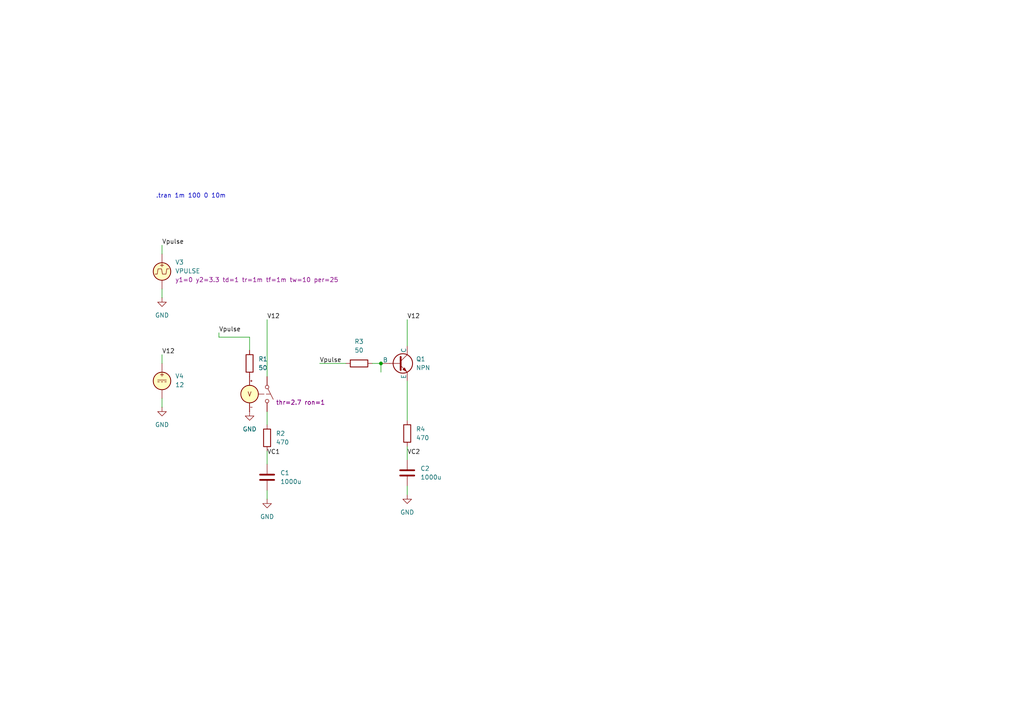
<source format=kicad_sch>
(kicad_sch
	(version 20250114)
	(generator "eeschema")
	(generator_version "9.0")
	(uuid "aa1acf2d-d831-4d2f-9df7-4b7dbf9708d2")
	(paper "A4")
	(lib_symbols
		(symbol "Device:C"
			(pin_numbers
				(hide yes)
			)
			(pin_names
				(offset 0.254)
			)
			(exclude_from_sim no)
			(in_bom yes)
			(on_board yes)
			(property "Reference" "C"
				(at 0.635 2.54 0)
				(effects
					(font
						(size 1.27 1.27)
					)
					(justify left)
				)
			)
			(property "Value" "C"
				(at 0.635 -2.54 0)
				(effects
					(font
						(size 1.27 1.27)
					)
					(justify left)
				)
			)
			(property "Footprint" ""
				(at 0.9652 -3.81 0)
				(effects
					(font
						(size 1.27 1.27)
					)
					(hide yes)
				)
			)
			(property "Datasheet" "~"
				(at 0 0 0)
				(effects
					(font
						(size 1.27 1.27)
					)
					(hide yes)
				)
			)
			(property "Description" "Unpolarized capacitor"
				(at 0 0 0)
				(effects
					(font
						(size 1.27 1.27)
					)
					(hide yes)
				)
			)
			(property "ki_keywords" "cap capacitor"
				(at 0 0 0)
				(effects
					(font
						(size 1.27 1.27)
					)
					(hide yes)
				)
			)
			(property "ki_fp_filters" "C_*"
				(at 0 0 0)
				(effects
					(font
						(size 1.27 1.27)
					)
					(hide yes)
				)
			)
			(symbol "C_0_1"
				(polyline
					(pts
						(xy -2.032 0.762) (xy 2.032 0.762)
					)
					(stroke
						(width 0.508)
						(type default)
					)
					(fill
						(type none)
					)
				)
				(polyline
					(pts
						(xy -2.032 -0.762) (xy 2.032 -0.762)
					)
					(stroke
						(width 0.508)
						(type default)
					)
					(fill
						(type none)
					)
				)
			)
			(symbol "C_1_1"
				(pin passive line
					(at 0 3.81 270)
					(length 2.794)
					(name "~"
						(effects
							(font
								(size 1.27 1.27)
							)
						)
					)
					(number "1"
						(effects
							(font
								(size 1.27 1.27)
							)
						)
					)
				)
				(pin passive line
					(at 0 -3.81 90)
					(length 2.794)
					(name "~"
						(effects
							(font
								(size 1.27 1.27)
							)
						)
					)
					(number "2"
						(effects
							(font
								(size 1.27 1.27)
							)
						)
					)
				)
			)
			(embedded_fonts no)
		)
		(symbol "Device:R"
			(pin_numbers
				(hide yes)
			)
			(pin_names
				(offset 0)
			)
			(exclude_from_sim no)
			(in_bom yes)
			(on_board yes)
			(property "Reference" "R"
				(at 2.032 0 90)
				(effects
					(font
						(size 1.27 1.27)
					)
				)
			)
			(property "Value" "R"
				(at 0 0 90)
				(effects
					(font
						(size 1.27 1.27)
					)
				)
			)
			(property "Footprint" ""
				(at -1.778 0 90)
				(effects
					(font
						(size 1.27 1.27)
					)
					(hide yes)
				)
			)
			(property "Datasheet" "~"
				(at 0 0 0)
				(effects
					(font
						(size 1.27 1.27)
					)
					(hide yes)
				)
			)
			(property "Description" "Resistor"
				(at 0 0 0)
				(effects
					(font
						(size 1.27 1.27)
					)
					(hide yes)
				)
			)
			(property "ki_keywords" "R res resistor"
				(at 0 0 0)
				(effects
					(font
						(size 1.27 1.27)
					)
					(hide yes)
				)
			)
			(property "ki_fp_filters" "R_*"
				(at 0 0 0)
				(effects
					(font
						(size 1.27 1.27)
					)
					(hide yes)
				)
			)
			(symbol "R_0_1"
				(rectangle
					(start -1.016 -2.54)
					(end 1.016 2.54)
					(stroke
						(width 0.254)
						(type default)
					)
					(fill
						(type none)
					)
				)
			)
			(symbol "R_1_1"
				(pin passive line
					(at 0 3.81 270)
					(length 1.27)
					(name "~"
						(effects
							(font
								(size 1.27 1.27)
							)
						)
					)
					(number "1"
						(effects
							(font
								(size 1.27 1.27)
							)
						)
					)
				)
				(pin passive line
					(at 0 -3.81 90)
					(length 1.27)
					(name "~"
						(effects
							(font
								(size 1.27 1.27)
							)
						)
					)
					(number "2"
						(effects
							(font
								(size 1.27 1.27)
							)
						)
					)
				)
			)
			(embedded_fonts no)
		)
		(symbol "Simulation_SPICE:NPN"
			(pin_numbers
				(hide yes)
			)
			(pin_names
				(offset 0)
			)
			(exclude_from_sim no)
			(in_bom yes)
			(on_board yes)
			(property "Reference" "Q"
				(at -2.54 7.62 0)
				(effects
					(font
						(size 1.27 1.27)
					)
				)
			)
			(property "Value" "NPN"
				(at -2.54 5.08 0)
				(effects
					(font
						(size 1.27 1.27)
					)
				)
			)
			(property "Footprint" ""
				(at 63.5 0 0)
				(effects
					(font
						(size 1.27 1.27)
					)
					(hide yes)
				)
			)
			(property "Datasheet" "https://ngspice.sourceforge.io/docs/ngspice-html-manual/manual.xhtml#cha_BJTs"
				(at 63.5 0 0)
				(effects
					(font
						(size 1.27 1.27)
					)
					(hide yes)
				)
			)
			(property "Description" "Bipolar transistor symbol for simulation only, substrate tied to the emitter"
				(at 0 0 0)
				(effects
					(font
						(size 1.27 1.27)
					)
					(hide yes)
				)
			)
			(property "Sim.Device" "NPN"
				(at 0 0 0)
				(effects
					(font
						(size 1.27 1.27)
					)
					(hide yes)
				)
			)
			(property "Sim.Type" "GUMMELPOON"
				(at 0 0 0)
				(effects
					(font
						(size 1.27 1.27)
					)
					(hide yes)
				)
			)
			(property "Sim.Pins" "1=C 2=B 3=E"
				(at 0 0 0)
				(effects
					(font
						(size 1.27 1.27)
					)
					(hide yes)
				)
			)
			(property "ki_keywords" "simulation"
				(at 0 0 0)
				(effects
					(font
						(size 1.27 1.27)
					)
					(hide yes)
				)
			)
			(symbol "NPN_0_1"
				(polyline
					(pts
						(xy -2.54 0) (xy 0.635 0)
					)
					(stroke
						(width 0.1524)
						(type default)
					)
					(fill
						(type none)
					)
				)
				(polyline
					(pts
						(xy 0.635 1.905) (xy 0.635 -1.905) (xy 0.635 -1.905)
					)
					(stroke
						(width 0.508)
						(type default)
					)
					(fill
						(type none)
					)
				)
				(polyline
					(pts
						(xy 0.635 0.635) (xy 2.54 2.54)
					)
					(stroke
						(width 0)
						(type default)
					)
					(fill
						(type none)
					)
				)
				(polyline
					(pts
						(xy 0.635 -0.635) (xy 2.54 -2.54) (xy 2.54 -2.54)
					)
					(stroke
						(width 0)
						(type default)
					)
					(fill
						(type none)
					)
				)
				(circle
					(center 1.27 0)
					(radius 2.8194)
					(stroke
						(width 0.254)
						(type default)
					)
					(fill
						(type none)
					)
				)
				(polyline
					(pts
						(xy 1.27 -1.778) (xy 1.778 -1.27) (xy 2.286 -2.286) (xy 1.27 -1.778) (xy 1.27 -1.778)
					)
					(stroke
						(width 0)
						(type default)
					)
					(fill
						(type outline)
					)
				)
				(polyline
					(pts
						(xy 2.794 -1.27) (xy 2.794 -1.27)
					)
					(stroke
						(width 0.1524)
						(type default)
					)
					(fill
						(type none)
					)
				)
				(polyline
					(pts
						(xy 2.794 -1.27) (xy 2.794 -1.27)
					)
					(stroke
						(width 0.1524)
						(type default)
					)
					(fill
						(type none)
					)
				)
			)
			(symbol "NPN_1_1"
				(pin input line
					(at -5.08 0 0)
					(length 2.54)
					(name "B"
						(effects
							(font
								(size 1.27 1.27)
							)
						)
					)
					(number "2"
						(effects
							(font
								(size 1.27 1.27)
							)
						)
					)
				)
				(pin open_collector line
					(at 2.54 5.08 270)
					(length 2.54)
					(name "C"
						(effects
							(font
								(size 1.27 1.27)
							)
						)
					)
					(number "1"
						(effects
							(font
								(size 1.27 1.27)
							)
						)
					)
				)
				(pin open_emitter line
					(at 2.54 -5.08 90)
					(length 2.54)
					(name "E"
						(effects
							(font
								(size 1.27 1.27)
							)
						)
					)
					(number "3"
						(effects
							(font
								(size 1.27 1.27)
							)
						)
					)
				)
			)
			(embedded_fonts no)
		)
		(symbol "Simulation_SPICE:SWITCH"
			(pin_numbers
				(hide yes)
			)
			(pin_names
				(offset 1.016)
				(hide yes)
			)
			(exclude_from_sim no)
			(in_bom yes)
			(on_board yes)
			(property "Reference" "S"
				(at 2.54 2.54 0)
				(effects
					(font
						(size 1.27 1.27)
					)
					(justify left)
				)
			)
			(property "Value" "SWITCH"
				(at 2.54 0 0)
				(effects
					(font
						(size 1.27 1.27)
					)
					(justify left)
				)
			)
			(property "Footprint" ""
				(at 0 0 0)
				(effects
					(font
						(size 1.27 1.27)
					)
					(hide yes)
				)
			)
			(property "Datasheet" "https://ngspice.sourceforge.io/docs/ngspice-html-manual/manual.xhtml#subsec_Switches"
				(at 0 16.51 0)
				(effects
					(font
						(size 1.27 1.27)
					)
					(hide yes)
				)
			)
			(property "Description" "Voltage controlled switch symbol for simulation only"
				(at 0 0 0)
				(effects
					(font
						(size 1.27 1.27)
					)
					(hide yes)
				)
			)
			(property "Sim.Device" "SW"
				(at 0 0 0)
				(effects
					(font
						(size 1.27 1.27)
					)
					(hide yes)
				)
			)
			(property "Sim.Type" "V"
				(at 0 0 0)
				(effects
					(font
						(size 1.27 1.27)
					)
					(hide yes)
				)
			)
			(property "Sim.Params" "thr=0 ron=1"
				(at 2.54 -2.54 0)
				(effects
					(font
						(size 1.27 1.27)
					)
					(justify left)
				)
			)
			(property "Sim.Pins" "1=no+ 2=no- 3=ctrl+ 4=ctrl-"
				(at 0 13.97 0)
				(effects
					(font
						(size 1.27 1.27)
					)
					(hide yes)
				)
			)
			(property "ki_keywords" "simulation"
				(at 0 0 0)
				(effects
					(font
						(size 1.27 1.27)
					)
					(hide yes)
				)
			)
			(symbol "SWITCH_0_1"
				(circle
					(center 0 2.032)
					(radius 0.508)
					(stroke
						(width 0)
						(type default)
					)
					(fill
						(type none)
					)
				)
				(circle
					(center 0 -2.032)
					(radius 0.508)
					(stroke
						(width 0)
						(type default)
					)
					(fill
						(type none)
					)
				)
				(polyline
					(pts
						(xy 0.254 1.524) (xy 1.778 -1.524)
					)
					(stroke
						(width 0)
						(type default)
					)
					(fill
						(type none)
					)
				)
			)
			(symbol "SWITCH_1_1"
				(circle
					(center -5.08 0)
					(radius 2.54)
					(stroke
						(width 0.254)
						(type default)
					)
					(fill
						(type background)
					)
				)
				(polyline
					(pts
						(xy -4.826 3.81) (xy -4.318 3.81)
					)
					(stroke
						(width 0)
						(type default)
					)
					(fill
						(type none)
					)
				)
				(polyline
					(pts
						(xy -4.826 -3.81) (xy -4.318 -3.81)
					)
					(stroke
						(width 0)
						(type default)
					)
					(fill
						(type none)
					)
				)
				(polyline
					(pts
						(xy -4.572 4.064) (xy -4.572 3.556)
					)
					(stroke
						(width 0)
						(type default)
					)
					(fill
						(type none)
					)
				)
				(polyline
					(pts
						(xy -2.54 0) (xy 0.889 0)
					)
					(stroke
						(width 0)
						(type dash)
					)
					(fill
						(type none)
					)
				)
				(text "V"
					(at -5.08 0 0)
					(effects
						(font
							(size 1.27 1.27)
						)
					)
				)
				(pin input line
					(at -5.08 5.08 270)
					(length 2.54)
					(name "C+"
						(effects
							(font
								(size 1.27 1.27)
							)
						)
					)
					(number "3"
						(effects
							(font
								(size 1.27 1.27)
							)
						)
					)
				)
				(pin input line
					(at -5.08 -5.08 90)
					(length 2.54)
					(name "C-"
						(effects
							(font
								(size 1.27 1.27)
							)
						)
					)
					(number "4"
						(effects
							(font
								(size 1.27 1.27)
							)
						)
					)
				)
				(pin passive line
					(at 0 5.08 270)
					(length 2.54)
					(name "N+"
						(effects
							(font
								(size 1.27 1.27)
							)
						)
					)
					(number "1"
						(effects
							(font
								(size 1.27 1.27)
							)
						)
					)
				)
				(pin passive line
					(at 0 -5.08 90)
					(length 2.54)
					(name "N-"
						(effects
							(font
								(size 1.27 1.27)
							)
						)
					)
					(number "2"
						(effects
							(font
								(size 1.27 1.27)
							)
						)
					)
				)
			)
			(embedded_fonts no)
		)
		(symbol "Simulation_SPICE:VDC"
			(pin_numbers
				(hide yes)
			)
			(pin_names
				(offset 0.0254)
			)
			(exclude_from_sim no)
			(in_bom yes)
			(on_board yes)
			(property "Reference" "V"
				(at 2.54 2.54 0)
				(effects
					(font
						(size 1.27 1.27)
					)
					(justify left)
				)
			)
			(property "Value" "1"
				(at 2.54 0 0)
				(effects
					(font
						(size 1.27 1.27)
					)
					(justify left)
				)
			)
			(property "Footprint" ""
				(at 0 0 0)
				(effects
					(font
						(size 1.27 1.27)
					)
					(hide yes)
				)
			)
			(property "Datasheet" "https://ngspice.sourceforge.io/docs/ngspice-html-manual/manual.xhtml#sec_Independent_Sources_for"
				(at 0 0 0)
				(effects
					(font
						(size 1.27 1.27)
					)
					(hide yes)
				)
			)
			(property "Description" "Voltage source, DC"
				(at 0 0 0)
				(effects
					(font
						(size 1.27 1.27)
					)
					(hide yes)
				)
			)
			(property "Sim.Pins" "1=+ 2=-"
				(at 0 0 0)
				(effects
					(font
						(size 1.27 1.27)
					)
					(hide yes)
				)
			)
			(property "Sim.Type" "DC"
				(at 0 0 0)
				(effects
					(font
						(size 1.27 1.27)
					)
					(hide yes)
				)
			)
			(property "Sim.Device" "V"
				(at 0 0 0)
				(effects
					(font
						(size 1.27 1.27)
					)
					(justify left)
					(hide yes)
				)
			)
			(property "ki_keywords" "simulation"
				(at 0 0 0)
				(effects
					(font
						(size 1.27 1.27)
					)
					(hide yes)
				)
			)
			(symbol "VDC_0_0"
				(polyline
					(pts
						(xy -1.27 0.254) (xy 1.27 0.254)
					)
					(stroke
						(width 0)
						(type default)
					)
					(fill
						(type none)
					)
				)
				(polyline
					(pts
						(xy -0.762 -0.254) (xy -1.27 -0.254)
					)
					(stroke
						(width 0)
						(type default)
					)
					(fill
						(type none)
					)
				)
				(polyline
					(pts
						(xy 0.254 -0.254) (xy -0.254 -0.254)
					)
					(stroke
						(width 0)
						(type default)
					)
					(fill
						(type none)
					)
				)
				(polyline
					(pts
						(xy 1.27 -0.254) (xy 0.762 -0.254)
					)
					(stroke
						(width 0)
						(type default)
					)
					(fill
						(type none)
					)
				)
				(text "+"
					(at 0 1.905 0)
					(effects
						(font
							(size 1.27 1.27)
						)
					)
				)
			)
			(symbol "VDC_0_1"
				(circle
					(center 0 0)
					(radius 2.54)
					(stroke
						(width 0.254)
						(type default)
					)
					(fill
						(type background)
					)
				)
			)
			(symbol "VDC_1_1"
				(pin passive line
					(at 0 5.08 270)
					(length 2.54)
					(name "~"
						(effects
							(font
								(size 1.27 1.27)
							)
						)
					)
					(number "1"
						(effects
							(font
								(size 1.27 1.27)
							)
						)
					)
				)
				(pin passive line
					(at 0 -5.08 90)
					(length 2.54)
					(name "~"
						(effects
							(font
								(size 1.27 1.27)
							)
						)
					)
					(number "2"
						(effects
							(font
								(size 1.27 1.27)
							)
						)
					)
				)
			)
			(embedded_fonts no)
		)
		(symbol "Simulation_SPICE:VPULSE"
			(pin_numbers
				(hide yes)
			)
			(pin_names
				(offset 0.0254)
			)
			(exclude_from_sim no)
			(in_bom yes)
			(on_board yes)
			(property "Reference" "V"
				(at 2.54 2.54 0)
				(effects
					(font
						(size 1.27 1.27)
					)
					(justify left)
				)
			)
			(property "Value" "VPULSE"
				(at 2.54 0 0)
				(effects
					(font
						(size 1.27 1.27)
					)
					(justify left)
				)
			)
			(property "Footprint" ""
				(at 0 0 0)
				(effects
					(font
						(size 1.27 1.27)
					)
					(hide yes)
				)
			)
			(property "Datasheet" "https://ngspice.sourceforge.io/docs/ngspice-html-manual/manual.xhtml#sec_Independent_Sources_for"
				(at 0 0 0)
				(effects
					(font
						(size 1.27 1.27)
					)
					(hide yes)
				)
			)
			(property "Description" "Voltage source, pulse"
				(at 0 0 0)
				(effects
					(font
						(size 1.27 1.27)
					)
					(hide yes)
				)
			)
			(property "Sim.Pins" "1=+ 2=-"
				(at 0 0 0)
				(effects
					(font
						(size 1.27 1.27)
					)
					(hide yes)
				)
			)
			(property "Sim.Type" "PULSE"
				(at 0 0 0)
				(effects
					(font
						(size 1.27 1.27)
					)
					(hide yes)
				)
			)
			(property "Sim.Device" "V"
				(at 0 0 0)
				(effects
					(font
						(size 1.27 1.27)
					)
					(justify left)
					(hide yes)
				)
			)
			(property "Sim.Params" "y1=0 y2=1 td=2n tr=2n tf=2n tw=50n per=100n"
				(at 2.54 -2.54 0)
				(effects
					(font
						(size 1.27 1.27)
					)
					(justify left)
				)
			)
			(property "ki_keywords" "simulation"
				(at 0 0 0)
				(effects
					(font
						(size 1.27 1.27)
					)
					(hide yes)
				)
			)
			(symbol "VPULSE_0_0"
				(polyline
					(pts
						(xy -2.032 -0.762) (xy -1.397 -0.762) (xy -1.143 0.762) (xy -0.127 0.762) (xy 0.127 -0.762) (xy 1.143 -0.762)
						(xy 1.397 0.762) (xy 2.032 0.762)
					)
					(stroke
						(width 0)
						(type default)
					)
					(fill
						(type none)
					)
				)
				(text "+"
					(at 0 1.905 0)
					(effects
						(font
							(size 1.27 1.27)
						)
					)
				)
			)
			(symbol "VPULSE_0_1"
				(circle
					(center 0 0)
					(radius 2.54)
					(stroke
						(width 0.254)
						(type default)
					)
					(fill
						(type background)
					)
				)
			)
			(symbol "VPULSE_1_1"
				(pin passive line
					(at 0 5.08 270)
					(length 2.54)
					(name "~"
						(effects
							(font
								(size 1.27 1.27)
							)
						)
					)
					(number "1"
						(effects
							(font
								(size 1.27 1.27)
							)
						)
					)
				)
				(pin passive line
					(at 0 -5.08 90)
					(length 2.54)
					(name "~"
						(effects
							(font
								(size 1.27 1.27)
							)
						)
					)
					(number "2"
						(effects
							(font
								(size 1.27 1.27)
							)
						)
					)
				)
			)
			(embedded_fonts no)
		)
		(symbol "power:GND"
			(power)
			(pin_numbers
				(hide yes)
			)
			(pin_names
				(offset 0)
				(hide yes)
			)
			(exclude_from_sim no)
			(in_bom yes)
			(on_board yes)
			(property "Reference" "#PWR"
				(at 0 -6.35 0)
				(effects
					(font
						(size 1.27 1.27)
					)
					(hide yes)
				)
			)
			(property "Value" "GND"
				(at 0 -3.81 0)
				(effects
					(font
						(size 1.27 1.27)
					)
				)
			)
			(property "Footprint" ""
				(at 0 0 0)
				(effects
					(font
						(size 1.27 1.27)
					)
					(hide yes)
				)
			)
			(property "Datasheet" ""
				(at 0 0 0)
				(effects
					(font
						(size 1.27 1.27)
					)
					(hide yes)
				)
			)
			(property "Description" "Power symbol creates a global label with name \"GND\" , ground"
				(at 0 0 0)
				(effects
					(font
						(size 1.27 1.27)
					)
					(hide yes)
				)
			)
			(property "ki_keywords" "global power"
				(at 0 0 0)
				(effects
					(font
						(size 1.27 1.27)
					)
					(hide yes)
				)
			)
			(symbol "GND_0_1"
				(polyline
					(pts
						(xy 0 0) (xy 0 -1.27) (xy 1.27 -1.27) (xy 0 -2.54) (xy -1.27 -1.27) (xy 0 -1.27)
					)
					(stroke
						(width 0)
						(type default)
					)
					(fill
						(type none)
					)
				)
			)
			(symbol "GND_1_1"
				(pin power_in line
					(at 0 0 270)
					(length 0)
					(name "~"
						(effects
							(font
								(size 1.27 1.27)
							)
						)
					)
					(number "1"
						(effects
							(font
								(size 1.27 1.27)
							)
						)
					)
				)
			)
			(embedded_fonts no)
		)
	)
	(text ".tran 1m 100 0 10m"
		(exclude_from_sim no)
		(at 55.372 56.896 0)
		(effects
			(font
				(size 1.27 1.27)
			)
		)
		(uuid "d3f9f806-ec00-4705-971d-a46f3683f30e")
	)
	(junction
		(at 110.49 105.41)
		(diameter 0)
		(color 0 0 0 0)
		(uuid "0d71272c-b322-4fa7-ad58-f08b0129ecd8")
	)
	(wire
		(pts
			(xy 77.47 130.81) (xy 77.47 134.62)
		)
		(stroke
			(width 0)
			(type default)
		)
		(uuid "090d0623-78ab-4656-95a7-287315df3042")
	)
	(wire
		(pts
			(xy 110.49 105.41) (xy 110.49 107.95)
		)
		(stroke
			(width 0)
			(type default)
		)
		(uuid "11ddfe24-06bd-44b4-a213-051a12429146")
	)
	(wire
		(pts
			(xy 46.99 83.82) (xy 46.99 86.36)
		)
		(stroke
			(width 0)
			(type default)
		)
		(uuid "13768d70-de3d-454f-b8f6-130c6816d5a5")
	)
	(wire
		(pts
			(xy 63.5 96.52) (xy 63.5 97.79)
		)
		(stroke
			(width 0)
			(type default)
		)
		(uuid "384e8be3-247c-4db1-8900-b0df236fde44")
	)
	(wire
		(pts
			(xy 118.11 92.71) (xy 118.11 100.33)
		)
		(stroke
			(width 0)
			(type default)
		)
		(uuid "492ecb79-c671-4c1f-9079-236274ec9b7d")
	)
	(wire
		(pts
			(xy 46.99 115.57) (xy 46.99 118.11)
		)
		(stroke
			(width 0)
			(type default)
		)
		(uuid "5780cdce-c1e6-4be7-a4a0-e4a3f70f4dca")
	)
	(wire
		(pts
			(xy 46.99 71.12) (xy 46.99 73.66)
		)
		(stroke
			(width 0)
			(type default)
		)
		(uuid "6d9bab03-2f27-482c-86c5-ae0b3cf81d2b")
	)
	(wire
		(pts
			(xy 77.47 142.24) (xy 77.47 144.78)
		)
		(stroke
			(width 0)
			(type default)
		)
		(uuid "75da5085-3cf3-4a48-b434-a80837d4f329")
	)
	(wire
		(pts
			(xy 92.71 105.41) (xy 100.33 105.41)
		)
		(stroke
			(width 0)
			(type default)
		)
		(uuid "a7c4b51e-7590-484d-9b47-cfdcc517c45b")
	)
	(wire
		(pts
			(xy 118.11 129.54) (xy 118.11 133.35)
		)
		(stroke
			(width 0)
			(type default)
		)
		(uuid "bbd4f2fd-3f38-42eb-9f4b-baf46c07eb95")
	)
	(wire
		(pts
			(xy 72.39 97.79) (xy 72.39 101.6)
		)
		(stroke
			(width 0)
			(type default)
		)
		(uuid "d89f94e9-d442-49e0-8576-c106d9659f90")
	)
	(wire
		(pts
			(xy 63.5 97.79) (xy 72.39 97.79)
		)
		(stroke
			(width 0)
			(type default)
		)
		(uuid "de87ad65-3f88-42b4-b08a-0e70f88e748b")
	)
	(wire
		(pts
			(xy 46.99 102.87) (xy 46.99 105.41)
		)
		(stroke
			(width 0)
			(type default)
		)
		(uuid "f55b2c36-1b20-4551-be2a-300891d85403")
	)
	(wire
		(pts
			(xy 77.47 123.19) (xy 77.47 119.38)
		)
		(stroke
			(width 0)
			(type default)
		)
		(uuid "f73d4cbd-501a-4072-9226-436f3e6208dd")
	)
	(wire
		(pts
			(xy 118.11 140.97) (xy 118.11 143.51)
		)
		(stroke
			(width 0)
			(type default)
		)
		(uuid "f7fdf936-406b-48ca-8247-7c861d72b5e5")
	)
	(wire
		(pts
			(xy 118.11 121.92) (xy 118.11 110.49)
		)
		(stroke
			(width 0)
			(type default)
		)
		(uuid "fa02f1bf-5065-4cba-a0ba-eab68e52327b")
	)
	(wire
		(pts
			(xy 107.95 105.41) (xy 110.49 105.41)
		)
		(stroke
			(width 0)
			(type default)
		)
		(uuid "fc9a5e3d-c677-4bf9-a450-08ce610de149")
	)
	(wire
		(pts
			(xy 77.47 92.71) (xy 77.47 109.22)
		)
		(stroke
			(width 0)
			(type default)
		)
		(uuid "fdaa48ae-5940-4b12-a52d-0d63e72d75c7")
	)
	(label "V12"
		(at 46.99 102.87 0)
		(effects
			(font
				(size 1.27 1.27)
			)
			(justify left bottom)
		)
		(uuid "0e4289f5-1a72-4117-a734-0aba7eaee76a")
	)
	(label "VC1"
		(at 77.47 132.08 0)
		(effects
			(font
				(size 1.27 1.27)
			)
			(justify left bottom)
		)
		(uuid "36ea20cd-5113-4f28-84c0-5fb945be4560")
	)
	(label "V12"
		(at 118.11 92.71 0)
		(effects
			(font
				(size 1.27 1.27)
			)
			(justify left bottom)
		)
		(uuid "6b2f4fac-b9b6-4b10-9035-50d0e0a7a985")
	)
	(label "Vpulse"
		(at 92.71 105.41 0)
		(effects
			(font
				(size 1.27 1.27)
			)
			(justify left bottom)
		)
		(uuid "72c2e18b-5c1e-4b07-b0d7-153e0ee72a73")
	)
	(label "Vpulse"
		(at 63.5 96.52 0)
		(effects
			(font
				(size 1.27 1.27)
			)
			(justify left bottom)
		)
		(uuid "8f367497-3f3d-4349-a28b-e029b8fb3bd9")
	)
	(label "VC2"
		(at 118.11 132.08 0)
		(effects
			(font
				(size 1.27 1.27)
			)
			(justify left bottom)
		)
		(uuid "a5ed5ba9-6566-49eb-b337-60e5da394a80")
	)
	(label "V12"
		(at 77.47 92.71 0)
		(effects
			(font
				(size 1.27 1.27)
			)
			(justify left bottom)
		)
		(uuid "bd8e92cb-1929-44c8-8862-714075360262")
	)
	(label "Vpulse"
		(at 46.99 71.12 0)
		(effects
			(font
				(size 1.27 1.27)
			)
			(justify left bottom)
		)
		(uuid "dd251586-7a64-4234-b4d4-84cec403d916")
	)
	(symbol
		(lib_id "Device:C")
		(at 118.11 137.16 0)
		(unit 1)
		(exclude_from_sim no)
		(in_bom yes)
		(on_board yes)
		(dnp no)
		(fields_autoplaced yes)
		(uuid "09f6dc71-df19-4918-9857-947af7ff9cde")
		(property "Reference" "C2"
			(at 121.92 135.8899 0)
			(effects
				(font
					(size 1.27 1.27)
				)
				(justify left)
			)
		)
		(property "Value" "1000u"
			(at 121.92 138.4299 0)
			(effects
				(font
					(size 1.27 1.27)
				)
				(justify left)
			)
		)
		(property "Footprint" ""
			(at 119.0752 140.97 0)
			(effects
				(font
					(size 1.27 1.27)
				)
				(hide yes)
			)
		)
		(property "Datasheet" "~"
			(at 118.11 137.16 0)
			(effects
				(font
					(size 1.27 1.27)
				)
				(hide yes)
			)
		)
		(property "Description" "Unpolarized capacitor"
			(at 118.11 137.16 0)
			(effects
				(font
					(size 1.27 1.27)
				)
				(hide yes)
			)
		)
		(pin "1"
			(uuid "fedebeee-ca41-4cfe-8a89-5ce7ae40fdc5")
		)
		(pin "2"
			(uuid "0f03e4a3-d10e-4a4e-ab2b-9fc4331fd70b")
		)
		(instances
			(project "spice_test_with_transistor"
				(path "/aa1acf2d-d831-4d2f-9df7-4b7dbf9708d2"
					(reference "C2")
					(unit 1)
				)
			)
		)
	)
	(symbol
		(lib_id "Device:R")
		(at 72.39 105.41 180)
		(unit 1)
		(exclude_from_sim no)
		(in_bom yes)
		(on_board yes)
		(dnp no)
		(fields_autoplaced yes)
		(uuid "34a82505-6dd8-4e2e-a599-7c15069c3f58")
		(property "Reference" "R1"
			(at 74.93 104.1399 0)
			(effects
				(font
					(size 1.27 1.27)
				)
				(justify right)
			)
		)
		(property "Value" "50"
			(at 74.93 106.6799 0)
			(effects
				(font
					(size 1.27 1.27)
				)
				(justify right)
			)
		)
		(property "Footprint" ""
			(at 74.168 105.41 90)
			(effects
				(font
					(size 1.27 1.27)
				)
				(hide yes)
			)
		)
		(property "Datasheet" "~"
			(at 72.39 105.41 0)
			(effects
				(font
					(size 1.27 1.27)
				)
				(hide yes)
			)
		)
		(property "Description" "Resistor"
			(at 72.39 105.41 0)
			(effects
				(font
					(size 1.27 1.27)
				)
				(hide yes)
			)
		)
		(pin "2"
			(uuid "76d9f62d-d773-4aae-b03a-10731b1fbec4")
		)
		(pin "1"
			(uuid "debb2529-caa2-49f2-88ac-04ea7695b9eb")
		)
		(instances
			(project "spice_test_with_transistor"
				(path "/aa1acf2d-d831-4d2f-9df7-4b7dbf9708d2"
					(reference "R1")
					(unit 1)
				)
			)
		)
	)
	(symbol
		(lib_id "power:GND")
		(at 72.39 119.38 0)
		(unit 1)
		(exclude_from_sim no)
		(in_bom yes)
		(on_board yes)
		(dnp no)
		(fields_autoplaced yes)
		(uuid "4908af1e-ac76-45d2-aa34-51b8a7c5f373")
		(property "Reference" "#PWR01"
			(at 72.39 125.73 0)
			(effects
				(font
					(size 1.27 1.27)
				)
				(hide yes)
			)
		)
		(property "Value" "GND"
			(at 72.39 124.46 0)
			(effects
				(font
					(size 1.27 1.27)
				)
			)
		)
		(property "Footprint" ""
			(at 72.39 119.38 0)
			(effects
				(font
					(size 1.27 1.27)
				)
				(hide yes)
			)
		)
		(property "Datasheet" ""
			(at 72.39 119.38 0)
			(effects
				(font
					(size 1.27 1.27)
				)
				(hide yes)
			)
		)
		(property "Description" "Power symbol creates a global label with name \"GND\" , ground"
			(at 72.39 119.38 0)
			(effects
				(font
					(size 1.27 1.27)
				)
				(hide yes)
			)
		)
		(pin "1"
			(uuid "532ada97-f623-4ecb-9dba-5b87cfe63633")
		)
		(instances
			(project "spice_test_with_transistor"
				(path "/aa1acf2d-d831-4d2f-9df7-4b7dbf9708d2"
					(reference "#PWR01")
					(unit 1)
				)
			)
		)
	)
	(symbol
		(lib_id "Device:R")
		(at 104.14 105.41 90)
		(unit 1)
		(exclude_from_sim no)
		(in_bom yes)
		(on_board yes)
		(dnp no)
		(fields_autoplaced yes)
		(uuid "4a22077f-cbe3-4913-89da-54d0a567eef7")
		(property "Reference" "R3"
			(at 104.14 99.06 90)
			(effects
				(font
					(size 1.27 1.27)
				)
			)
		)
		(property "Value" "50"
			(at 104.14 101.6 90)
			(effects
				(font
					(size 1.27 1.27)
				)
			)
		)
		(property "Footprint" ""
			(at 104.14 107.188 90)
			(effects
				(font
					(size 1.27 1.27)
				)
				(hide yes)
			)
		)
		(property "Datasheet" "~"
			(at 104.14 105.41 0)
			(effects
				(font
					(size 1.27 1.27)
				)
				(hide yes)
			)
		)
		(property "Description" "Resistor"
			(at 104.14 105.41 0)
			(effects
				(font
					(size 1.27 1.27)
				)
				(hide yes)
			)
		)
		(pin "2"
			(uuid "80c34b40-186c-4100-b2ea-9e4f382b92ee")
		)
		(pin "1"
			(uuid "74a04087-9f6b-4f17-826b-d92a2cfffcb3")
		)
		(instances
			(project "spice_test_with_transistor"
				(path "/aa1acf2d-d831-4d2f-9df7-4b7dbf9708d2"
					(reference "R3")
					(unit 1)
				)
			)
		)
	)
	(symbol
		(lib_id "Simulation_SPICE:VDC")
		(at 46.99 110.49 0)
		(unit 1)
		(exclude_from_sim no)
		(in_bom yes)
		(on_board yes)
		(dnp no)
		(fields_autoplaced yes)
		(uuid "5d836d6a-594b-4810-b286-1e286ab1d42f")
		(property "Reference" "V4"
			(at 50.8 109.0901 0)
			(effects
				(font
					(size 1.27 1.27)
				)
				(justify left)
			)
		)
		(property "Value" "12"
			(at 50.8 111.6301 0)
			(effects
				(font
					(size 1.27 1.27)
				)
				(justify left)
			)
		)
		(property "Footprint" ""
			(at 46.99 110.49 0)
			(effects
				(font
					(size 1.27 1.27)
				)
				(hide yes)
			)
		)
		(property "Datasheet" "https://ngspice.sourceforge.io/docs/ngspice-html-manual/manual.xhtml#sec_Independent_Sources_for"
			(at 46.99 110.49 0)
			(effects
				(font
					(size 1.27 1.27)
				)
				(hide yes)
			)
		)
		(property "Description" "Voltage source, DC"
			(at 46.99 110.49 0)
			(effects
				(font
					(size 1.27 1.27)
				)
				(hide yes)
			)
		)
		(property "Sim.Pins" "1=+ 2=-"
			(at 46.99 110.49 0)
			(effects
				(font
					(size 1.27 1.27)
				)
				(hide yes)
			)
		)
		(property "Sim.Type" "DC"
			(at 46.99 110.49 0)
			(effects
				(font
					(size 1.27 1.27)
				)
				(hide yes)
			)
		)
		(property "Sim.Device" "V"
			(at 46.99 110.49 0)
			(effects
				(font
					(size 1.27 1.27)
				)
				(justify left)
				(hide yes)
			)
		)
		(pin "2"
			(uuid "62489c59-aed7-485c-9b2d-d724dcaa510f")
		)
		(pin "1"
			(uuid "70dc341b-6ab8-401d-ac9d-c14dd4185b90")
		)
		(instances
			(project "spice_test_with_transistor"
				(path "/aa1acf2d-d831-4d2f-9df7-4b7dbf9708d2"
					(reference "V4")
					(unit 1)
				)
			)
		)
	)
	(symbol
		(lib_id "Device:R")
		(at 118.11 125.73 0)
		(unit 1)
		(exclude_from_sim no)
		(in_bom yes)
		(on_board yes)
		(dnp no)
		(fields_autoplaced yes)
		(uuid "5e48b29d-9d0c-4264-993f-7919c176af3f")
		(property "Reference" "R4"
			(at 120.65 124.4599 0)
			(effects
				(font
					(size 1.27 1.27)
				)
				(justify left)
			)
		)
		(property "Value" "470"
			(at 120.65 126.9999 0)
			(effects
				(font
					(size 1.27 1.27)
				)
				(justify left)
			)
		)
		(property "Footprint" ""
			(at 116.332 125.73 90)
			(effects
				(font
					(size 1.27 1.27)
				)
				(hide yes)
			)
		)
		(property "Datasheet" "~"
			(at 118.11 125.73 0)
			(effects
				(font
					(size 1.27 1.27)
				)
				(hide yes)
			)
		)
		(property "Description" "Resistor"
			(at 118.11 125.73 0)
			(effects
				(font
					(size 1.27 1.27)
				)
				(hide yes)
			)
		)
		(pin "2"
			(uuid "24711366-b080-44e1-bfd8-25257d45e31b")
		)
		(pin "1"
			(uuid "a1d76e3e-e1e6-4e19-b3f5-d8e8e48d662f")
		)
		(instances
			(project "spice_test_with_transistor"
				(path "/aa1acf2d-d831-4d2f-9df7-4b7dbf9708d2"
					(reference "R4")
					(unit 1)
				)
			)
		)
	)
	(symbol
		(lib_id "power:GND")
		(at 46.99 118.11 0)
		(unit 1)
		(exclude_from_sim no)
		(in_bom yes)
		(on_board yes)
		(dnp no)
		(fields_autoplaced yes)
		(uuid "8d08289d-44b4-47e0-9d0d-231d347e5f93")
		(property "Reference" "#PWR06"
			(at 46.99 124.46 0)
			(effects
				(font
					(size 1.27 1.27)
				)
				(hide yes)
			)
		)
		(property "Value" "GND"
			(at 46.99 123.19 0)
			(effects
				(font
					(size 1.27 1.27)
				)
			)
		)
		(property "Footprint" ""
			(at 46.99 118.11 0)
			(effects
				(font
					(size 1.27 1.27)
				)
				(hide yes)
			)
		)
		(property "Datasheet" ""
			(at 46.99 118.11 0)
			(effects
				(font
					(size 1.27 1.27)
				)
				(hide yes)
			)
		)
		(property "Description" "Power symbol creates a global label with name \"GND\" , ground"
			(at 46.99 118.11 0)
			(effects
				(font
					(size 1.27 1.27)
				)
				(hide yes)
			)
		)
		(pin "1"
			(uuid "44fff6d6-998f-4c6f-8fee-c7951868dfbf")
		)
		(instances
			(project "spice_test_with_transistor"
				(path "/aa1acf2d-d831-4d2f-9df7-4b7dbf9708d2"
					(reference "#PWR06")
					(unit 1)
				)
			)
		)
	)
	(symbol
		(lib_id "Device:C")
		(at 77.47 138.43 0)
		(unit 1)
		(exclude_from_sim no)
		(in_bom yes)
		(on_board yes)
		(dnp no)
		(fields_autoplaced yes)
		(uuid "92c88524-a333-45ec-8ce3-109b468b55b7")
		(property "Reference" "C1"
			(at 81.28 137.1599 0)
			(effects
				(font
					(size 1.27 1.27)
				)
				(justify left)
			)
		)
		(property "Value" "1000u"
			(at 81.28 139.6999 0)
			(effects
				(font
					(size 1.27 1.27)
				)
				(justify left)
			)
		)
		(property "Footprint" ""
			(at 78.4352 142.24 0)
			(effects
				(font
					(size 1.27 1.27)
				)
				(hide yes)
			)
		)
		(property "Datasheet" "~"
			(at 77.47 138.43 0)
			(effects
				(font
					(size 1.27 1.27)
				)
				(hide yes)
			)
		)
		(property "Description" "Unpolarized capacitor"
			(at 77.47 138.43 0)
			(effects
				(font
					(size 1.27 1.27)
				)
				(hide yes)
			)
		)
		(pin "1"
			(uuid "8ab72c83-3c1b-4bb2-b736-d4088dd5853c")
		)
		(pin "2"
			(uuid "dc8a15ca-90e2-43f1-8b9f-6a7972a2ad8c")
		)
		(instances
			(project "spice_test_with_transistor"
				(path "/aa1acf2d-d831-4d2f-9df7-4b7dbf9708d2"
					(reference "C1")
					(unit 1)
				)
			)
		)
	)
	(symbol
		(lib_id "power:GND")
		(at 118.11 143.51 0)
		(unit 1)
		(exclude_from_sim no)
		(in_bom yes)
		(on_board yes)
		(dnp no)
		(fields_autoplaced yes)
		(uuid "aa411d52-5a14-4fb9-b746-b3dbe5cecd8c")
		(property "Reference" "#PWR02"
			(at 118.11 149.86 0)
			(effects
				(font
					(size 1.27 1.27)
				)
				(hide yes)
			)
		)
		(property "Value" "GND"
			(at 118.11 148.59 0)
			(effects
				(font
					(size 1.27 1.27)
				)
			)
		)
		(property "Footprint" ""
			(at 118.11 143.51 0)
			(effects
				(font
					(size 1.27 1.27)
				)
				(hide yes)
			)
		)
		(property "Datasheet" ""
			(at 118.11 143.51 0)
			(effects
				(font
					(size 1.27 1.27)
				)
				(hide yes)
			)
		)
		(property "Description" "Power symbol creates a global label with name \"GND\" , ground"
			(at 118.11 143.51 0)
			(effects
				(font
					(size 1.27 1.27)
				)
				(hide yes)
			)
		)
		(pin "1"
			(uuid "e1ce99d0-3f9a-45d4-b1c3-cb18f5f7b9f4")
		)
		(instances
			(project "spice_test_with_transistor"
				(path "/aa1acf2d-d831-4d2f-9df7-4b7dbf9708d2"
					(reference "#PWR02")
					(unit 1)
				)
			)
		)
	)
	(symbol
		(lib_id "power:GND")
		(at 46.99 86.36 0)
		(unit 1)
		(exclude_from_sim no)
		(in_bom yes)
		(on_board yes)
		(dnp no)
		(fields_autoplaced yes)
		(uuid "c6f9e375-5e7d-4bd1-be18-0f54620a1d0c")
		(property "Reference" "#PWR05"
			(at 46.99 92.71 0)
			(effects
				(font
					(size 1.27 1.27)
				)
				(hide yes)
			)
		)
		(property "Value" "GND"
			(at 46.99 91.44 0)
			(effects
				(font
					(size 1.27 1.27)
				)
			)
		)
		(property "Footprint" ""
			(at 46.99 86.36 0)
			(effects
				(font
					(size 1.27 1.27)
				)
				(hide yes)
			)
		)
		(property "Datasheet" ""
			(at 46.99 86.36 0)
			(effects
				(font
					(size 1.27 1.27)
				)
				(hide yes)
			)
		)
		(property "Description" "Power symbol creates a global label with name \"GND\" , ground"
			(at 46.99 86.36 0)
			(effects
				(font
					(size 1.27 1.27)
				)
				(hide yes)
			)
		)
		(pin "1"
			(uuid "54647d94-c96b-4feb-a5bf-dc6e06af4bd4")
		)
		(instances
			(project "spice_test_with_transistor"
				(path "/aa1acf2d-d831-4d2f-9df7-4b7dbf9708d2"
					(reference "#PWR05")
					(unit 1)
				)
			)
		)
	)
	(symbol
		(lib_id "power:GND")
		(at 77.47 144.78 0)
		(unit 1)
		(exclude_from_sim no)
		(in_bom yes)
		(on_board yes)
		(dnp no)
		(fields_autoplaced yes)
		(uuid "cee2df84-20fa-4830-a030-bc1edd0d0c63")
		(property "Reference" "#PWR08"
			(at 77.47 151.13 0)
			(effects
				(font
					(size 1.27 1.27)
				)
				(hide yes)
			)
		)
		(property "Value" "GND"
			(at 77.47 149.86 0)
			(effects
				(font
					(size 1.27 1.27)
				)
			)
		)
		(property "Footprint" ""
			(at 77.47 144.78 0)
			(effects
				(font
					(size 1.27 1.27)
				)
				(hide yes)
			)
		)
		(property "Datasheet" ""
			(at 77.47 144.78 0)
			(effects
				(font
					(size 1.27 1.27)
				)
				(hide yes)
			)
		)
		(property "Description" "Power symbol creates a global label with name \"GND\" , ground"
			(at 77.47 144.78 0)
			(effects
				(font
					(size 1.27 1.27)
				)
				(hide yes)
			)
		)
		(pin "1"
			(uuid "d9a00c7b-8a85-496e-b896-b354d753f4ab")
		)
		(instances
			(project "spice_test_with_transistor"
				(path "/aa1acf2d-d831-4d2f-9df7-4b7dbf9708d2"
					(reference "#PWR08")
					(unit 1)
				)
			)
		)
	)
	(symbol
		(lib_id "Simulation_SPICE:VPULSE")
		(at 46.99 78.74 0)
		(unit 1)
		(exclude_from_sim no)
		(in_bom yes)
		(on_board yes)
		(dnp no)
		(fields_autoplaced yes)
		(uuid "d7112a3b-a3e4-4393-9411-0c959aee0cff")
		(property "Reference" "V3"
			(at 50.8 76.0701 0)
			(effects
				(font
					(size 1.27 1.27)
				)
				(justify left)
			)
		)
		(property "Value" "VPULSE"
			(at 50.8 78.6101 0)
			(effects
				(font
					(size 1.27 1.27)
				)
				(justify left)
			)
		)
		(property "Footprint" ""
			(at 46.99 78.74 0)
			(effects
				(font
					(size 1.27 1.27)
				)
				(hide yes)
			)
		)
		(property "Datasheet" "https://ngspice.sourceforge.io/docs/ngspice-html-manual/manual.xhtml#sec_Independent_Sources_for"
			(at 46.99 78.74 0)
			(effects
				(font
					(size 1.27 1.27)
				)
				(hide yes)
			)
		)
		(property "Description" "Voltage source, pulse"
			(at 46.99 78.74 0)
			(effects
				(font
					(size 1.27 1.27)
				)
				(hide yes)
			)
		)
		(property "Sim.Pins" "1=+ 2=-"
			(at 46.99 78.74 0)
			(effects
				(font
					(size 1.27 1.27)
				)
				(hide yes)
			)
		)
		(property "Sim.Type" "PULSE"
			(at 46.99 78.74 0)
			(effects
				(font
					(size 1.27 1.27)
				)
				(hide yes)
			)
		)
		(property "Sim.Device" "V"
			(at 46.99 78.74 0)
			(effects
				(font
					(size 1.27 1.27)
				)
				(justify left)
				(hide yes)
			)
		)
		(property "Sim.Params" "y1=0 y2=3.3 td=1 tr=1m tf=1m tw=10 per=25"
			(at 50.8 81.1501 0)
			(effects
				(font
					(size 1.27 1.27)
				)
				(justify left)
			)
		)
		(pin "1"
			(uuid "7bf7f258-04c8-4a68-82a0-0e85787001ae")
		)
		(pin "2"
			(uuid "9789de6f-1454-4010-8419-894e9693760f")
		)
		(instances
			(project "spice_test_with_transistor"
				(path "/aa1acf2d-d831-4d2f-9df7-4b7dbf9708d2"
					(reference "V3")
					(unit 1)
				)
			)
		)
	)
	(symbol
		(lib_id "Simulation_SPICE:NPN")
		(at 115.57 105.41 0)
		(unit 1)
		(exclude_from_sim no)
		(in_bom yes)
		(on_board yes)
		(dnp no)
		(fields_autoplaced yes)
		(uuid "f2508701-9445-47ca-8a7c-12f748471d33")
		(property "Reference" "Q1"
			(at 120.65 104.1399 0)
			(effects
				(font
					(size 1.27 1.27)
				)
				(justify left)
			)
		)
		(property "Value" "NPN"
			(at 120.65 106.6799 0)
			(effects
				(font
					(size 1.27 1.27)
				)
				(justify left)
			)
		)
		(property "Footprint" ""
			(at 179.07 105.41 0)
			(effects
				(font
					(size 1.27 1.27)
				)
				(hide yes)
			)
		)
		(property "Datasheet" "https://ngspice.sourceforge.io/docs/ngspice-html-manual/manual.xhtml#cha_BJTs"
			(at 179.07 105.41 0)
			(effects
				(font
					(size 1.27 1.27)
				)
				(hide yes)
			)
		)
		(property "Description" "Bipolar transistor symbol for simulation only, substrate tied to the emitter"
			(at 115.57 105.41 0)
			(effects
				(font
					(size 1.27 1.27)
				)
				(hide yes)
			)
		)
		(property "Sim.Device" "NPN"
			(at 115.57 105.41 0)
			(effects
				(font
					(size 1.27 1.27)
				)
				(hide yes)
			)
		)
		(property "Sim.Type" "GUMMELPOON"
			(at 115.57 105.41 0)
			(effects
				(font
					(size 1.27 1.27)
				)
				(hide yes)
			)
		)
		(property "Sim.Pins" "1=C 2=B 3=E"
			(at 115.57 105.41 0)
			(effects
				(font
					(size 1.27 1.27)
				)
				(hide yes)
			)
		)
		(property "Sim.Library" "C:\\Users\\davidek\\spice_test\\PN2222A.lib"
			(at 115.57 105.41 0)
			(effects
				(font
					(size 1.27 1.27)
				)
				(hide yes)
			)
		)
		(property "Sim.Name" "PN2222A"
			(at 115.57 105.41 0)
			(effects
				(font
					(size 1.27 1.27)
				)
				(hide yes)
			)
		)
		(pin "3"
			(uuid "d1a4debe-0d49-47c9-b476-a8be8897a896")
		)
		(pin "2"
			(uuid "7aeb266b-b295-4c6c-8835-c9262c224b81")
		)
		(pin "1"
			(uuid "140efd42-3541-4823-8641-0b263974f97d")
		)
		(instances
			(project "spice_test_with_transistor"
				(path "/aa1acf2d-d831-4d2f-9df7-4b7dbf9708d2"
					(reference "Q1")
					(unit 1)
				)
			)
		)
	)
	(symbol
		(lib_id "Device:R")
		(at 77.47 127 0)
		(unit 1)
		(exclude_from_sim no)
		(in_bom yes)
		(on_board yes)
		(dnp no)
		(fields_autoplaced yes)
		(uuid "f9316594-5978-4d6b-a3d7-effebeb5f6bc")
		(property "Reference" "R2"
			(at 80.01 125.7299 0)
			(effects
				(font
					(size 1.27 1.27)
				)
				(justify left)
			)
		)
		(property "Value" "470"
			(at 80.01 128.2699 0)
			(effects
				(font
					(size 1.27 1.27)
				)
				(justify left)
			)
		)
		(property "Footprint" ""
			(at 75.692 127 90)
			(effects
				(font
					(size 1.27 1.27)
				)
				(hide yes)
			)
		)
		(property "Datasheet" "~"
			(at 77.47 127 0)
			(effects
				(font
					(size 1.27 1.27)
				)
				(hide yes)
			)
		)
		(property "Description" "Resistor"
			(at 77.47 127 0)
			(effects
				(font
					(size 1.27 1.27)
				)
				(hide yes)
			)
		)
		(pin "2"
			(uuid "137c8ce9-99d0-450a-bba7-64f4bd021dd3")
		)
		(pin "1"
			(uuid "4bebb826-4673-46a8-be3d-bf8cad943dcf")
		)
		(instances
			(project "spice_test_with_transistor"
				(path "/aa1acf2d-d831-4d2f-9df7-4b7dbf9708d2"
					(reference "R2")
					(unit 1)
				)
			)
		)
	)
	(symbol
		(lib_id "Simulation_SPICE:SWITCH")
		(at 77.47 114.3 0)
		(unit 1)
		(exclude_from_sim no)
		(in_bom yes)
		(on_board yes)
		(dnp no)
		(fields_autoplaced yes)
		(uuid "fa2e2b24-b5ef-4ae2-ae6a-ab3a790ccbb1")
		(property "Reference" "S1"
			(at 80.01 111.6329 0)
			(effects
				(font
					(size 1.27 1.27)
				)
				(justify left)
				(hide yes)
			)
		)
		(property "Value" "SWITCH"
			(at 80.01 114.1729 0)
			(effects
				(font
					(size 1.27 1.27)
				)
				(justify left)
				(hide yes)
			)
		)
		(property "Footprint" ""
			(at 77.47 114.3 0)
			(effects
				(font
					(size 1.27 1.27)
				)
				(hide yes)
			)
		)
		(property "Datasheet" "https://ngspice.sourceforge.io/docs/ngspice-html-manual/manual.xhtml#subsec_Switches"
			(at 77.47 97.79 0)
			(effects
				(font
					(size 1.27 1.27)
				)
				(hide yes)
			)
		)
		(property "Description" "Voltage controlled switch symbol for simulation only"
			(at 77.47 114.3 0)
			(effects
				(font
					(size 1.27 1.27)
				)
				(hide yes)
			)
		)
		(property "Sim.Device" "SW"
			(at 77.47 114.3 0)
			(effects
				(font
					(size 1.27 1.27)
				)
				(hide yes)
			)
		)
		(property "Sim.Type" "V"
			(at 77.47 114.3 0)
			(effects
				(font
					(size 1.27 1.27)
				)
				(hide yes)
			)
		)
		(property "Sim.Params" "thr=2.7 ron=1"
			(at 80.01 116.7129 0)
			(effects
				(font
					(size 1.27 1.27)
				)
				(justify left)
			)
		)
		(property "Sim.Pins" "1=no+ 2=no- 3=ctrl+ 4=ctrl-"
			(at 77.47 100.33 0)
			(effects
				(font
					(size 1.27 1.27)
				)
				(hide yes)
			)
		)
		(pin "2"
			(uuid "f87d4d60-5f2b-4093-884f-3ad15f9ed5d3")
		)
		(pin "4"
			(uuid "3c5d2f0f-b054-49de-a873-3ff5ea60dfa8")
		)
		(pin "1"
			(uuid "78306f47-deb3-4e4b-a8fd-c16ee5566dc2")
		)
		(pin "3"
			(uuid "b3324863-309c-468a-8484-854f8e8323e5")
		)
		(instances
			(project "spice_test_with_transistor"
				(path "/aa1acf2d-d831-4d2f-9df7-4b7dbf9708d2"
					(reference "S1")
					(unit 1)
				)
			)
		)
	)
	(sheet_instances
		(path "/"
			(page "1")
		)
	)
	(embedded_fonts no)
)

</source>
